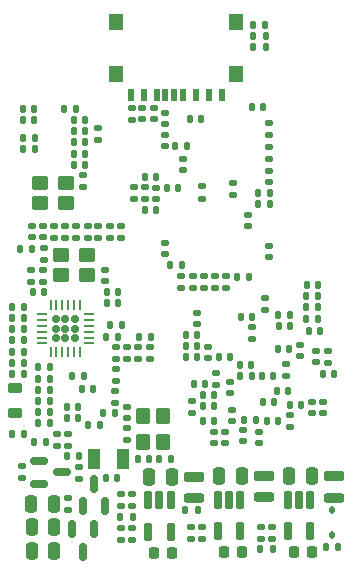
<source format=gbr>
%TF.GenerationSoftware,KiCad,Pcbnew,9.0.3*%
%TF.CreationDate,2025-09-05T02:51:16+03:00*%
%TF.ProjectId,ThingsCore-1,5468696e-6773-4436-9f72-652d312e6b69,rev?*%
%TF.SameCoordinates,Original*%
%TF.FileFunction,Paste,Bot*%
%TF.FilePolarity,Positive*%
%FSLAX46Y46*%
G04 Gerber Fmt 4.6, Leading zero omitted, Abs format (unit mm)*
G04 Created by KiCad (PCBNEW 9.0.3) date 2025-09-05 02:51:16*
%MOMM*%
%LPD*%
G01*
G04 APERTURE LIST*
G04 Aperture macros list*
%AMRoundRect*
0 Rectangle with rounded corners*
0 $1 Rounding radius*
0 $2 $3 $4 $5 $6 $7 $8 $9 X,Y pos of 4 corners*
0 Add a 4 corners polygon primitive as box body*
4,1,4,$2,$3,$4,$5,$6,$7,$8,$9,$2,$3,0*
0 Add four circle primitives for the rounded corners*
1,1,$1+$1,$2,$3*
1,1,$1+$1,$4,$5*
1,1,$1+$1,$6,$7*
1,1,$1+$1,$8,$9*
0 Add four rect primitives between the rounded corners*
20,1,$1+$1,$2,$3,$4,$5,0*
20,1,$1+$1,$4,$5,$6,$7,0*
20,1,$1+$1,$6,$7,$8,$9,0*
20,1,$1+$1,$8,$9,$2,$3,0*%
G04 Aperture macros list end*
%ADD10RoundRect,0.140000X0.170000X-0.140000X0.170000X0.140000X-0.170000X0.140000X-0.170000X-0.140000X0*%
%ADD11RoundRect,0.135000X-0.185000X0.135000X-0.185000X-0.135000X0.185000X-0.135000X0.185000X0.135000X0*%
%ADD12RoundRect,0.140000X0.140000X0.170000X-0.140000X0.170000X-0.140000X-0.170000X0.140000X-0.170000X0*%
%ADD13RoundRect,0.135000X0.135000X0.185000X-0.135000X0.185000X-0.135000X-0.185000X0.135000X-0.185000X0*%
%ADD14RoundRect,0.135000X-0.135000X-0.185000X0.135000X-0.185000X0.135000X0.185000X-0.135000X0.185000X0*%
%ADD15RoundRect,0.135000X0.185000X-0.135000X0.185000X0.135000X-0.185000X0.135000X-0.185000X-0.135000X0*%
%ADD16RoundRect,0.140000X-0.170000X0.140000X-0.170000X-0.140000X0.170000X-0.140000X0.170000X0.140000X0*%
%ADD17RoundRect,0.250000X-0.250000X-0.475000X0.250000X-0.475000X0.250000X0.475000X-0.250000X0.475000X0*%
%ADD18RoundRect,0.193750X0.656250X-0.193750X0.656250X0.193750X-0.656250X0.193750X-0.656250X-0.193750X0*%
%ADD19RoundRect,0.206250X0.643750X-0.206250X0.643750X0.206250X-0.643750X0.206250X-0.643750X-0.206250X0*%
%ADD20RoundRect,0.140000X-0.140000X-0.170000X0.140000X-0.170000X0.140000X0.170000X-0.140000X0.170000X0*%
%ADD21RoundRect,0.250000X0.450000X0.350000X-0.450000X0.350000X-0.450000X-0.350000X0.450000X-0.350000X0*%
%ADD22RoundRect,0.225000X-0.225000X-0.250000X0.225000X-0.250000X0.225000X0.250000X-0.225000X0.250000X0*%
%ADD23R,0.500000X1.000000*%
%ADD24R,1.300000X1.400000*%
%ADD25RoundRect,0.112500X-0.112500X0.187500X-0.112500X-0.187500X0.112500X-0.187500X0.112500X0.187500X0*%
%ADD26RoundRect,0.250000X0.350000X-0.450000X0.350000X0.450000X-0.350000X0.450000X-0.350000X-0.450000X0*%
%ADD27RoundRect,0.150000X0.150000X-0.587500X0.150000X0.587500X-0.150000X0.587500X-0.150000X-0.587500X0*%
%ADD28RoundRect,0.218750X0.381250X-0.218750X0.381250X0.218750X-0.381250X0.218750X-0.381250X-0.218750X0*%
%ADD29RoundRect,0.150000X-0.150000X0.587500X-0.150000X-0.587500X0.150000X-0.587500X0.150000X0.587500X0*%
%ADD30RoundRect,0.150000X-0.587500X-0.150000X0.587500X-0.150000X0.587500X0.150000X-0.587500X0.150000X0*%
%ADD31RoundRect,0.162500X-0.162500X0.617500X-0.162500X-0.617500X0.162500X-0.617500X0.162500X0.617500X0*%
%ADD32R,1.000000X1.800000*%
%ADD33RoundRect,0.165000X-0.165000X0.165000X-0.165000X-0.165000X0.165000X-0.165000X0.165000X0.165000X0*%
%ADD34RoundRect,0.062500X-0.062500X0.325000X-0.062500X-0.325000X0.062500X-0.325000X0.062500X0.325000X0*%
%ADD35RoundRect,0.062500X-0.325000X0.062500X-0.325000X-0.062500X0.325000X-0.062500X0.325000X0.062500X0*%
G04 APERTURE END LIST*
D10*
%TO.C,C50*%
X33600000Y-30630000D03*
X33600000Y-29670000D03*
%TD*%
D11*
%TO.C,R57*%
X23350000Y-40890000D03*
X23350000Y-41910000D03*
%TD*%
D12*
%TO.C,C39*%
X35805000Y-45550000D03*
X34845000Y-45550000D03*
%TD*%
D13*
%TO.C,R51*%
X16510000Y-48950000D03*
X15490000Y-48950000D03*
%TD*%
D11*
%TO.C,R21*%
X24840000Y-27365000D03*
X24840000Y-28385000D03*
%TD*%
D13*
%TO.C,R18*%
X37160000Y-38175000D03*
X36140000Y-38175000D03*
%TD*%
D14*
%TO.C,R70*%
X32640000Y-34950000D03*
X33660000Y-34950000D03*
%TD*%
D13*
%TO.C,R16*%
X35410000Y-27825000D03*
X34390000Y-27825000D03*
%TD*%
D12*
%TO.C,C52*%
X25830000Y-26475000D03*
X24870000Y-26475000D03*
%TD*%
D14*
%TO.C,R33*%
X34050000Y-14535000D03*
X35070000Y-14535000D03*
%TD*%
D15*
%TO.C,R30*%
X25250000Y-41910000D03*
X25250000Y-40890000D03*
%TD*%
%TO.C,R61*%
X20925000Y-31625000D03*
X20925000Y-30605000D03*
%TD*%
D10*
%TO.C,C26*%
X33125000Y-48880000D03*
X33125000Y-47920000D03*
%TD*%
D15*
%TO.C,R62*%
X21875000Y-31635000D03*
X21875000Y-30615000D03*
%TD*%
D14*
%TO.C,R13*%
X40190000Y-57850000D03*
X41210000Y-57850000D03*
%TD*%
D16*
%TO.C,C27*%
X32200000Y-46190000D03*
X32200000Y-47150000D03*
%TD*%
%TO.C,C56*%
X35325000Y-25970000D03*
X35325000Y-26930000D03*
%TD*%
D14*
%TO.C,R53*%
X21590000Y-40000000D03*
X22610000Y-40000000D03*
%TD*%
D15*
%TO.C,R25*%
X18100000Y-31635000D03*
X18100000Y-30615000D03*
%TD*%
D17*
%TO.C,C6*%
X37075000Y-51775000D03*
X38975000Y-51775000D03*
%TD*%
D15*
%TO.C,R27*%
X19050000Y-31635000D03*
X19050000Y-30615000D03*
%TD*%
D11*
%TO.C,R5*%
X34700000Y-56090000D03*
X34700000Y-57110000D03*
%TD*%
D12*
%TO.C,C61*%
X34880000Y-20550000D03*
X33920000Y-20550000D03*
%TD*%
D18*
%TO.C,L3*%
X40900000Y-53637500D03*
D19*
X40900000Y-51837500D03*
%TD*%
D20*
%TO.C,C87*%
X18845000Y-21675000D03*
X19805000Y-21675000D03*
%TD*%
D12*
%TO.C,C40*%
X29305000Y-41700000D03*
X28345000Y-41700000D03*
%TD*%
D13*
%TO.C,R15*%
X35410000Y-28775000D03*
X34390000Y-28775000D03*
%TD*%
D14*
%TO.C,R23*%
X14265000Y-32550000D03*
X15285000Y-32550000D03*
%TD*%
D11*
%TO.C,R10*%
X19300000Y-51065000D03*
X19300000Y-52085000D03*
%TD*%
%TO.C,R8*%
X22875000Y-53325000D03*
X22875000Y-54345000D03*
%TD*%
D14*
%TO.C,R38*%
X17990000Y-20750000D03*
X19010000Y-20750000D03*
%TD*%
D16*
%TO.C,C46*%
X38975000Y-45545000D03*
X38975000Y-46505000D03*
%TD*%
D11*
%TO.C,R52*%
X17400000Y-48240000D03*
X17400000Y-49260000D03*
%TD*%
%TO.C,R37*%
X20925000Y-22340000D03*
X20925000Y-23360000D03*
%TD*%
D12*
%TO.C,C80*%
X19205000Y-46925000D03*
X18245000Y-46925000D03*
%TD*%
D10*
%TO.C,C92*%
X19650000Y-27310000D03*
X19650000Y-26350000D03*
%TD*%
D12*
%TO.C,C53*%
X25805000Y-29267836D03*
X24845000Y-29267836D03*
%TD*%
D11*
%TO.C,R12*%
X14450000Y-50940000D03*
X14450000Y-51960000D03*
%TD*%
D20*
%TO.C,C14*%
X28320000Y-39850000D03*
X29280000Y-39850000D03*
%TD*%
D12*
%TO.C,C84*%
X15530000Y-23175000D03*
X14570000Y-23175000D03*
%TD*%
D21*
%TO.C,Y4*%
X19980000Y-34805000D03*
X17780000Y-34805000D03*
X17780000Y-33105000D03*
X19980000Y-33105000D03*
%TD*%
D13*
%TO.C,R48*%
X16860000Y-43550000D03*
X15840000Y-43550000D03*
%TD*%
D16*
%TO.C,C71*%
X15275000Y-30640000D03*
X15275000Y-31600000D03*
%TD*%
D10*
%TO.C,C44*%
X37150000Y-47630000D03*
X37150000Y-46670000D03*
%TD*%
D20*
%TO.C,C36*%
X32920000Y-42400000D03*
X33880000Y-42400000D03*
%TD*%
%TO.C,C17*%
X28320000Y-40775000D03*
X29280000Y-40775000D03*
%TD*%
D11*
%TO.C,R59*%
X22400000Y-40890000D03*
X22400000Y-41910000D03*
%TD*%
D22*
%TO.C,C2*%
X31537500Y-58275000D03*
X33087500Y-58275000D03*
%TD*%
D15*
%TO.C,R26*%
X23725000Y-21635000D03*
X23725000Y-20615000D03*
%TD*%
D14*
%TO.C,R36*%
X28290000Y-54650000D03*
X29310000Y-54650000D03*
%TD*%
D15*
%TO.C,R40*%
X16200000Y-35360000D03*
X16200000Y-34340000D03*
%TD*%
D16*
%TO.C,C41*%
X36800000Y-42345000D03*
X36800000Y-43305000D03*
%TD*%
%TO.C,C19*%
X30200000Y-40845000D03*
X30200000Y-41805000D03*
%TD*%
D12*
%TO.C,C95*%
X22580000Y-36250000D03*
X21620000Y-36250000D03*
%TD*%
D16*
%TO.C,C51*%
X25800000Y-27387836D03*
X25800000Y-28347836D03*
%TD*%
%TO.C,C55*%
X32350000Y-27020000D03*
X32350000Y-27980000D03*
%TD*%
D23*
%TO.C,U9*%
X23649900Y-19517400D03*
X24750000Y-19517400D03*
X25849800Y-19517400D03*
X26599900Y-19517400D03*
X28049900Y-19517400D03*
X29149800Y-19517400D03*
X30249800Y-19517400D03*
X31349900Y-19517400D03*
X27299900Y-19517400D03*
D24*
X32599800Y-17782400D03*
X32599800Y-13332500D03*
X22400000Y-13332500D03*
X22400000Y-17782400D03*
%TD*%
D25*
%TO.C,D1*%
X40700000Y-54700000D03*
X40700000Y-56800000D03*
%TD*%
D20*
%TO.C,C78*%
X18245000Y-46000000D03*
X19205000Y-46000000D03*
%TD*%
D12*
%TO.C,C21*%
X36130000Y-47175000D03*
X35170000Y-47175000D03*
%TD*%
D10*
%TO.C,C35*%
X30700000Y-49030000D03*
X30700000Y-48070000D03*
%TD*%
D12*
%TO.C,C100*%
X39505000Y-35650000D03*
X38545000Y-35650000D03*
%TD*%
D26*
%TO.C,Y1*%
X24725000Y-48925000D03*
X24725000Y-46725000D03*
X26425000Y-46725000D03*
X26425000Y-48925000D03*
%TD*%
D12*
%TO.C,C48*%
X37055000Y-41025000D03*
X36095000Y-41025000D03*
%TD*%
D27*
%TO.C,Q2*%
X21500000Y-54350000D03*
X19600000Y-54350000D03*
X20550000Y-52475000D03*
%TD*%
D20*
%TO.C,C97*%
X13645000Y-43150000D03*
X14605000Y-43150000D03*
%TD*%
D15*
%TO.C,R6*%
X35650000Y-57110000D03*
X35650000Y-56090000D03*
%TD*%
D13*
%TO.C,R47*%
X16860000Y-46400000D03*
X15840000Y-46400000D03*
%TD*%
D28*
%TO.C,FB1*%
X13900000Y-46437500D03*
X13900000Y-44312500D03*
%TD*%
D13*
%TO.C,R54*%
X16860000Y-45450000D03*
X15840000Y-45450000D03*
%TD*%
D16*
%TO.C,C11*%
X29250000Y-37970000D03*
X29250000Y-38930000D03*
%TD*%
D15*
%TO.C,R63*%
X22810000Y-31635000D03*
X22810000Y-30615000D03*
%TD*%
%TO.C,R67*%
X27950000Y-35910000D03*
X27950000Y-34890000D03*
%TD*%
D20*
%TO.C,C25*%
X29765737Y-44972263D03*
X30725737Y-44972263D03*
%TD*%
D29*
%TO.C,Q1*%
X18675000Y-56330000D03*
X20575000Y-56330000D03*
X19625000Y-58205000D03*
%TD*%
D20*
%TO.C,C91*%
X18820000Y-25450000D03*
X19780000Y-25450000D03*
%TD*%
D12*
%TO.C,C102*%
X39480000Y-38475000D03*
X38520000Y-38475000D03*
%TD*%
%TO.C,C37*%
X35705000Y-43325000D03*
X34745000Y-43325000D03*
%TD*%
D15*
%TO.C,R66*%
X30800000Y-35910000D03*
X30800000Y-34890000D03*
%TD*%
D20*
%TO.C,C88*%
X18845000Y-22600000D03*
X19805000Y-22600000D03*
%TD*%
D12*
%TO.C,C43*%
X38085000Y-45750000D03*
X37125000Y-45750000D03*
%TD*%
D17*
%TO.C,C9*%
X15275000Y-56155000D03*
X17175000Y-56155000D03*
%TD*%
D20*
%TO.C,C98*%
X13645000Y-42205000D03*
X14605000Y-42205000D03*
%TD*%
D11*
%TO.C,R19*%
X18375000Y-53632500D03*
X18375000Y-54652500D03*
%TD*%
D15*
%TO.C,R20*%
X23325000Y-48745000D03*
X23325000Y-47725000D03*
%TD*%
%TO.C,R2*%
X23800000Y-57185000D03*
X23800000Y-56165000D03*
%TD*%
D10*
%TO.C,C74*%
X25600000Y-21580000D03*
X25600000Y-20620000D03*
%TD*%
D20*
%TO.C,C77*%
X18720000Y-43350000D03*
X19680000Y-43350000D03*
%TD*%
D17*
%TO.C,C10*%
X15250000Y-54180000D03*
X17150000Y-54180000D03*
%TD*%
D12*
%TO.C,C69*%
X27035000Y-50400000D03*
X26075000Y-50400000D03*
%TD*%
D30*
%TO.C,Q3*%
X15925000Y-52450000D03*
X15925000Y-50550000D03*
X17800000Y-51500000D03*
%TD*%
D20*
%TO.C,C24*%
X29765737Y-45897263D03*
X30725737Y-45897263D03*
%TD*%
D15*
%TO.C,R22*%
X23900000Y-28385000D03*
X23900000Y-27365000D03*
%TD*%
D17*
%TO.C,C3*%
X25225000Y-51850000D03*
X27125000Y-51850000D03*
%TD*%
D31*
%TO.C,U3*%
X25125000Y-53875000D03*
X26075000Y-53875000D03*
X27025000Y-53875000D03*
X27025000Y-56575000D03*
X25125000Y-56575000D03*
%TD*%
D21*
%TO.C,Y3*%
X18150000Y-28725000D03*
X15950000Y-28725000D03*
X15950000Y-27025000D03*
X18150000Y-27025000D03*
%TD*%
D14*
%TO.C,R34*%
X34050000Y-15500000D03*
X35070000Y-15500000D03*
%TD*%
D10*
%TO.C,C64*%
X26550000Y-23855000D03*
X26550000Y-22895000D03*
%TD*%
D12*
%TO.C,C86*%
X15500000Y-20770000D03*
X14540000Y-20770000D03*
%TD*%
D22*
%TO.C,C1*%
X25625000Y-58325000D03*
X27175000Y-58325000D03*
%TD*%
D15*
%TO.C,R60*%
X20000000Y-31625000D03*
X20000000Y-30605000D03*
%TD*%
D14*
%TO.C,R11*%
X18265000Y-50150000D03*
X19285000Y-50150000D03*
%TD*%
D16*
%TO.C,C23*%
X37975000Y-40670000D03*
X37975000Y-41630000D03*
%TD*%
D20*
%TO.C,C66*%
X36020000Y-44600000D03*
X36980000Y-44600000D03*
%TD*%
D15*
%TO.C,R65*%
X31750000Y-35910000D03*
X31750000Y-34890000D03*
%TD*%
%TO.C,R41*%
X15250000Y-35360000D03*
X15250000Y-34340000D03*
%TD*%
%TO.C,R4*%
X29712500Y-57110000D03*
X29712500Y-56090000D03*
%TD*%
D16*
%TO.C,C73*%
X24650000Y-20620000D03*
X24650000Y-21580000D03*
%TD*%
D13*
%TO.C,R9*%
X35660000Y-58000000D03*
X34640000Y-58000000D03*
%TD*%
D16*
%TO.C,C32*%
X30875000Y-43120000D03*
X30875000Y-44080000D03*
%TD*%
D32*
%TO.C,Y2*%
X20525000Y-50325000D03*
X23025000Y-50325000D03*
%TD*%
D15*
%TO.C,R68*%
X28900000Y-35910000D03*
X28900000Y-34890000D03*
%TD*%
D14*
%TO.C,R32*%
X34040000Y-13600000D03*
X35060000Y-13600000D03*
%TD*%
%TO.C,R46*%
X13590000Y-40315000D03*
X14610000Y-40315000D03*
%TD*%
%TO.C,R17*%
X26965000Y-33925000D03*
X27985000Y-33925000D03*
%TD*%
D22*
%TO.C,C5*%
X37475000Y-58275000D03*
X39025000Y-58275000D03*
%TD*%
D13*
%TO.C,R56*%
X16860000Y-47350000D03*
X15840000Y-47350000D03*
%TD*%
%TO.C,R64*%
X22360000Y-46500000D03*
X21340000Y-46500000D03*
%TD*%
D20*
%TO.C,C31*%
X32925000Y-43325000D03*
X33885000Y-43325000D03*
%TD*%
D16*
%TO.C,C34*%
X32025000Y-43845000D03*
X32025000Y-44805000D03*
%TD*%
D12*
%TO.C,C49*%
X27655000Y-27400000D03*
X26695000Y-27400000D03*
%TD*%
D16*
%TO.C,C7*%
X23800000Y-53345000D03*
X23800000Y-54305000D03*
%TD*%
D20*
%TO.C,C57*%
X27445000Y-23850000D03*
X28405000Y-23850000D03*
%TD*%
D12*
%TO.C,C83*%
X15530000Y-24100000D03*
X14570000Y-24100000D03*
%TD*%
D11*
%TO.C,R24*%
X17150000Y-30615000D03*
X17150000Y-31635000D03*
%TD*%
D13*
%TO.C,R50*%
X16860000Y-44500000D03*
X15840000Y-44500000D03*
%TD*%
D16*
%TO.C,C54*%
X28100000Y-24945000D03*
X28100000Y-25905000D03*
%TD*%
D10*
%TO.C,C22*%
X34550000Y-49030000D03*
X34550000Y-48070000D03*
%TD*%
D13*
%TO.C,R71*%
X39500000Y-36600000D03*
X38480000Y-36600000D03*
%TD*%
D17*
%TO.C,C4*%
X31162500Y-51775000D03*
X33062500Y-51775000D03*
%TD*%
D10*
%TO.C,C65*%
X26575000Y-33030000D03*
X26575000Y-32070000D03*
%TD*%
D16*
%TO.C,C93*%
X21475000Y-34320000D03*
X21475000Y-35280000D03*
%TD*%
D14*
%TO.C,R28*%
X24340000Y-40000000D03*
X25360000Y-40000000D03*
%TD*%
D12*
%TO.C,C33*%
X34230000Y-47025000D03*
X33270000Y-47025000D03*
%TD*%
D10*
%TO.C,C94*%
X16300000Y-33480000D03*
X16300000Y-32520000D03*
%TD*%
D14*
%TO.C,R39*%
X13590000Y-37455000D03*
X14610000Y-37455000D03*
%TD*%
D18*
%TO.C,L2*%
X34962500Y-53612500D03*
D19*
X34962500Y-51812500D03*
%TD*%
D14*
%TO.C,R44*%
X13580000Y-38405000D03*
X14600000Y-38405000D03*
%TD*%
D11*
%TO.C,R1*%
X22850000Y-56165000D03*
X22850000Y-57185000D03*
%TD*%
%TO.C,R35*%
X40325000Y-41240000D03*
X40325000Y-42260000D03*
%TD*%
D16*
%TO.C,C70*%
X23325000Y-45920000D03*
X23325000Y-46880000D03*
%TD*%
D20*
%TO.C,C99*%
X15395000Y-36250000D03*
X16355000Y-36250000D03*
%TD*%
%TO.C,C28*%
X29770000Y-47175000D03*
X30730000Y-47175000D03*
%TD*%
D10*
%TO.C,C60*%
X35350000Y-33280000D03*
X35350000Y-32320000D03*
%TD*%
D12*
%TO.C,C101*%
X22880000Y-39050000D03*
X21920000Y-39050000D03*
%TD*%
%TO.C,C85*%
X15505000Y-21700000D03*
X14545000Y-21700000D03*
%TD*%
D10*
%TO.C,C72*%
X16225000Y-31605000D03*
X16225000Y-30645000D03*
%TD*%
%TO.C,C16*%
X33925000Y-40180000D03*
X33925000Y-39220000D03*
%TD*%
D16*
%TO.C,C20*%
X28875000Y-45495000D03*
X28875000Y-46455000D03*
%TD*%
D12*
%TO.C,C68*%
X25205000Y-50400000D03*
X24245000Y-50400000D03*
%TD*%
D20*
%TO.C,C12*%
X36170000Y-39100000D03*
X37130000Y-39100000D03*
%TD*%
D14*
%TO.C,R43*%
X13580000Y-39365000D03*
X14600000Y-39365000D03*
%TD*%
D15*
%TO.C,R69*%
X29850000Y-35910000D03*
X29850000Y-34890000D03*
%TD*%
D13*
%TO.C,R72*%
X39495000Y-37525000D03*
X38475000Y-37525000D03*
%TD*%
D31*
%TO.C,U4*%
X31050000Y-53800000D03*
X32000000Y-53800000D03*
X32950000Y-53800000D03*
X32950000Y-56500000D03*
X31050000Y-56500000D03*
%TD*%
D11*
%TO.C,R14*%
X29725000Y-27290000D03*
X29725000Y-28310000D03*
%TD*%
D10*
%TO.C,C15*%
X35025000Y-37730000D03*
X35025000Y-36770000D03*
%TD*%
D20*
%TO.C,C89*%
X18845000Y-23550000D03*
X19805000Y-23550000D03*
%TD*%
D16*
%TO.C,C59*%
X35325000Y-21945000D03*
X35325000Y-22905000D03*
%TD*%
D12*
%TO.C,C47*%
X40880000Y-43200000D03*
X39920000Y-43200000D03*
%TD*%
%TO.C,C62*%
X29605000Y-21600000D03*
X28645000Y-21600000D03*
%TD*%
D17*
%TO.C,C8*%
X15275000Y-58125000D03*
X17175000Y-58125000D03*
%TD*%
D12*
%TO.C,C96*%
X22580000Y-37175000D03*
X21620000Y-37175000D03*
%TD*%
D20*
%TO.C,C90*%
X18820000Y-24500000D03*
X19780000Y-24500000D03*
%TD*%
D10*
%TO.C,C30*%
X31625000Y-49010000D03*
X31625000Y-48050000D03*
%TD*%
D11*
%TO.C,R3*%
X28737500Y-56090000D03*
X28737500Y-57110000D03*
%TD*%
%TO.C,R55*%
X24300000Y-40890000D03*
X24300000Y-41910000D03*
%TD*%
D14*
%TO.C,R42*%
X13590000Y-48250000D03*
X14610000Y-48250000D03*
%TD*%
D31*
%TO.C,U5*%
X36975000Y-53800000D03*
X37925000Y-53800000D03*
X38875000Y-53800000D03*
X38875000Y-56500000D03*
X36975000Y-56500000D03*
%TD*%
D15*
%TO.C,R31*%
X22325000Y-45600000D03*
X22325000Y-44580000D03*
%TD*%
D11*
%TO.C,R58*%
X18350000Y-48240000D03*
X18350000Y-49260000D03*
%TD*%
D13*
%TO.C,R7*%
X23810000Y-55250000D03*
X22790000Y-55250000D03*
%TD*%
D33*
%TO.C,U6*%
X18940000Y-38515000D03*
X18120000Y-38515000D03*
X17300000Y-38515000D03*
X18940000Y-39335000D03*
X18120000Y-39335000D03*
X17300000Y-39335000D03*
X18940000Y-40155000D03*
X18120000Y-40155000D03*
X17300000Y-40155000D03*
D34*
X16870000Y-37347500D03*
X17370000Y-37347500D03*
X17870000Y-37347500D03*
X18370000Y-37347500D03*
X18870000Y-37347500D03*
X19370000Y-37347500D03*
D35*
X20107500Y-38085000D03*
X20107500Y-38585000D03*
X20107500Y-39085000D03*
X20107500Y-39585000D03*
X20107500Y-40085000D03*
X20107500Y-40585000D03*
D34*
X19370000Y-41322500D03*
X18870000Y-41322500D03*
X18370000Y-41322500D03*
X17870000Y-41322500D03*
X17370000Y-41322500D03*
X16870000Y-41322500D03*
D35*
X16132500Y-40585000D03*
X16132500Y-40085000D03*
X16132500Y-39585000D03*
X16132500Y-39085000D03*
X16132500Y-38585000D03*
X16132500Y-38085000D03*
%TD*%
D13*
%TO.C,R49*%
X16860000Y-42600000D03*
X15840000Y-42600000D03*
%TD*%
D10*
%TO.C,C63*%
X35325000Y-24930000D03*
X35325000Y-23970000D03*
%TD*%
D14*
%TO.C,R45*%
X13590000Y-41280000D03*
X14610000Y-41280000D03*
%TD*%
D10*
%TO.C,C58*%
X26550000Y-22005000D03*
X26550000Y-21045000D03*
%TD*%
D12*
%TO.C,C67*%
X22505000Y-51975000D03*
X21545000Y-51975000D03*
%TD*%
D16*
%TO.C,C79*%
X22375000Y-42770000D03*
X22375000Y-43730000D03*
%TD*%
D12*
%TO.C,C13*%
X32050000Y-41750000D03*
X31090000Y-41750000D03*
%TD*%
D16*
%TO.C,C45*%
X39900000Y-45545000D03*
X39900000Y-46505000D03*
%TD*%
D20*
%TO.C,C76*%
X19495000Y-44475000D03*
X20455000Y-44475000D03*
%TD*%
D10*
%TO.C,C42*%
X39375000Y-42180000D03*
X39375000Y-41220000D03*
%TD*%
D12*
%TO.C,C18*%
X33953670Y-38331475D03*
X32993670Y-38331475D03*
%TD*%
%TO.C,C38*%
X39705000Y-39550000D03*
X38745000Y-39550000D03*
%TD*%
%TO.C,C75*%
X21030000Y-47475000D03*
X20070000Y-47475000D03*
%TD*%
D18*
%TO.C,L1*%
X29050000Y-53687500D03*
D19*
X29050000Y-51887500D03*
%TD*%
D20*
%TO.C,C29*%
X28995000Y-44050000D03*
X29955000Y-44050000D03*
%TD*%
M02*

</source>
